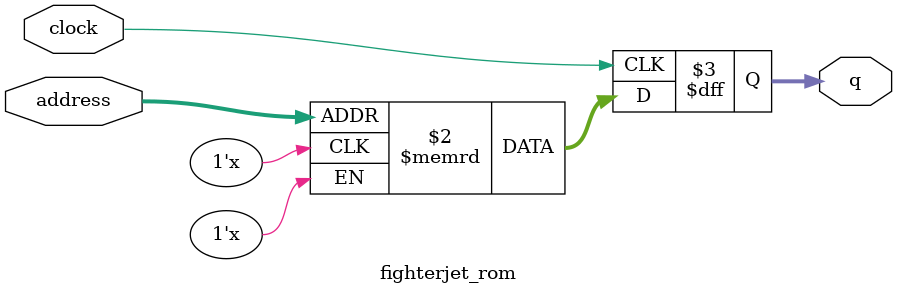
<source format=sv>
module fighterjet_rom (
	input logic clock,
	input logic [12:0] address,
	output logic [3:0] q
);

logic [3:0] memory [0:5999] /* synthesis ram_init_file = "./fighterjet/fighterjet.mif" */;

always_ff @ (posedge clock) begin
	q <= memory[address];
end

endmodule

</source>
